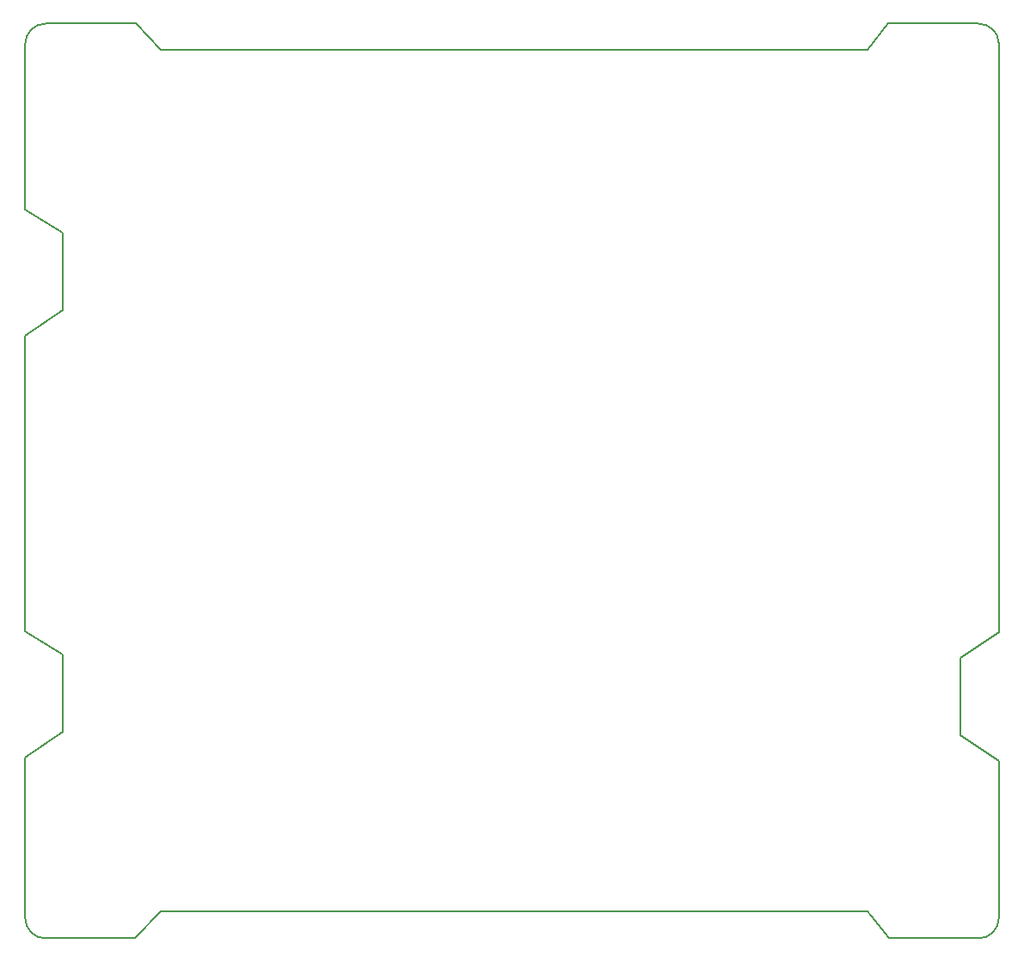
<source format=gm1>
%TF.GenerationSoftware,KiCad,Pcbnew,8.0.8*%
%TF.CreationDate,2025-03-15T16:50:05-07:00*%
%TF.ProjectId,batteryboard,62617474-6572-4796-926f-6172642e6b69,v2C*%
%TF.SameCoordinates,Original*%
%TF.FileFunction,Profile,NP*%
%FSLAX46Y46*%
G04 Gerber Fmt 4.6, Leading zero omitted, Abs format (unit mm)*
G04 Created by KiCad (PCBNEW 8.0.8) date 2025-03-15 16:50:05*
%MOMM*%
%LPD*%
G01*
G04 APERTURE LIST*
%TA.AperFunction,Profile*%
%ADD10C,0.150000*%
%TD*%
G04 APERTURE END LIST*
D10*
X55200300Y-143979900D02*
G75*
G02*
X53200300Y-141979900I0J2000000D01*
G01*
X149085300Y-141979900D02*
G75*
G02*
X147085300Y-143979900I-2000000J0D01*
G01*
X147085300Y-53809900D02*
G75*
G02*
X149085300Y-55809900I0J-2000000D01*
G01*
X53200300Y-55809900D02*
G75*
G02*
X55200300Y-53809900I2000000J0D01*
G01*
X55200300Y-143979900D02*
X64039500Y-143979900D01*
X149098000Y-113792000D02*
X149085300Y-55809900D01*
X136165700Y-141318700D02*
X66569700Y-141318700D01*
X64039500Y-143979900D02*
X66569700Y-141318700D01*
X147085300Y-143979900D02*
X138246100Y-143979900D01*
X66548000Y-56388000D02*
X64096900Y-53809900D01*
X136144000Y-56388000D02*
X66548000Y-56388000D01*
X136144000Y-56388000D02*
X138188700Y-53809900D01*
X147085300Y-53809900D02*
X138188700Y-53809900D01*
X64096900Y-53809900D02*
X55200300Y-53809900D01*
X53200300Y-72136000D02*
X53200300Y-55809900D01*
X149085300Y-141979900D02*
X149098000Y-126492000D01*
X145309700Y-123952000D02*
X149098000Y-126492000D01*
X56912100Y-115968900D02*
X53194700Y-113682900D01*
X145309700Y-116332000D02*
X145309700Y-123952000D01*
X53200300Y-84582000D02*
X56917700Y-82042000D01*
X56912100Y-123588900D02*
X56912100Y-115968900D01*
X138246100Y-143979900D02*
X136165700Y-141318700D01*
X53200300Y-141979900D02*
X53194700Y-126128900D01*
X56917700Y-74422000D02*
X53200300Y-72136000D01*
X56917700Y-82042000D02*
X56917700Y-74422000D01*
X149098000Y-113792000D02*
X145309700Y-116332000D01*
X53194700Y-126128900D02*
X56912100Y-123588900D01*
X53194700Y-113682900D02*
X53200300Y-84582000D01*
M02*

</source>
